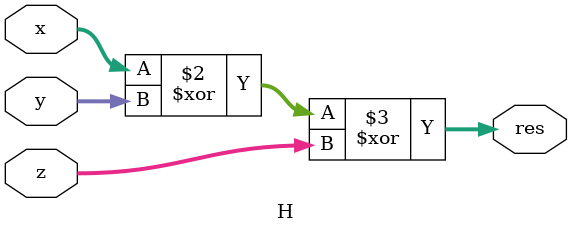
<source format=v>
module H (
    input [31:0]x,
    input [31:0]y,
    input [31:0]z,
    output reg [31:0]res
);
always@(*) 
    begin
        res = x ^ y ^ z;
    end
endmodule

</source>
